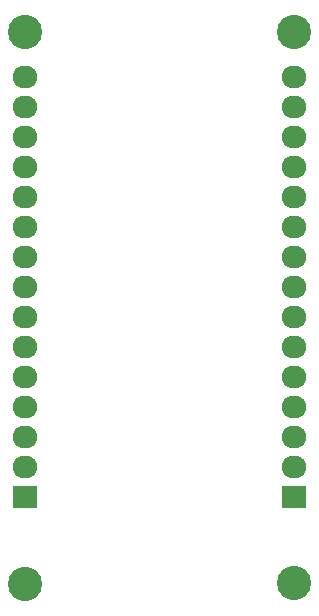
<source format=gbr>
%TF.GenerationSoftware,KiCad,Pcbnew,(7.0.0)*%
%TF.CreationDate,2023-02-19T19:08:13+01:00*%
%TF.ProjectId,Trial_ESP32,54726961-6c5f-4455-9350-33322e6b6963,rev?*%
%TF.SameCoordinates,Original*%
%TF.FileFunction,Soldermask,Bot*%
%TF.FilePolarity,Negative*%
%FSLAX46Y46*%
G04 Gerber Fmt 4.6, Leading zero omitted, Abs format (unit mm)*
G04 Created by KiCad (PCBNEW (7.0.0)) date 2023-02-19 19:08:13*
%MOMM*%
%LPD*%
G01*
G04 APERTURE LIST*
%ADD10C,2.900000*%
%ADD11R,2.100000X1.900000*%
%ADD12O,2.100000X1.900000*%
G04 APERTURE END LIST*
D10*
%TO.C,REF\u002A\u002A*%
X20293000Y-70770000D03*
X20324000Y-24007000D03*
X43100000Y-70700000D03*
X43130000Y-23980000D03*
D11*
X20292999Y-63372999D03*
D12*
X20292999Y-60832999D03*
X20292999Y-58292999D03*
X20292999Y-55752999D03*
X20292999Y-53212999D03*
X20323999Y-50676999D03*
X20323999Y-48136999D03*
X20323999Y-45596999D03*
X20323999Y-43056999D03*
X20323999Y-40516999D03*
X20323999Y-37976999D03*
X20323999Y-35436999D03*
X20323999Y-32896999D03*
X20323999Y-30356999D03*
X20323999Y-27816999D03*
X43129999Y-27789999D03*
X43129999Y-30329999D03*
X43129999Y-32869999D03*
X43129999Y-35409999D03*
X43129999Y-37949999D03*
X43129999Y-40489999D03*
X43129999Y-43029999D03*
X43129999Y-45569999D03*
X43129999Y-48109999D03*
X43129999Y-50649999D03*
X43098999Y-53185999D03*
X43098999Y-55725999D03*
X43098999Y-58265999D03*
X43098999Y-60805999D03*
D11*
X43098999Y-63345999D03*
%TD*%
M02*

</source>
